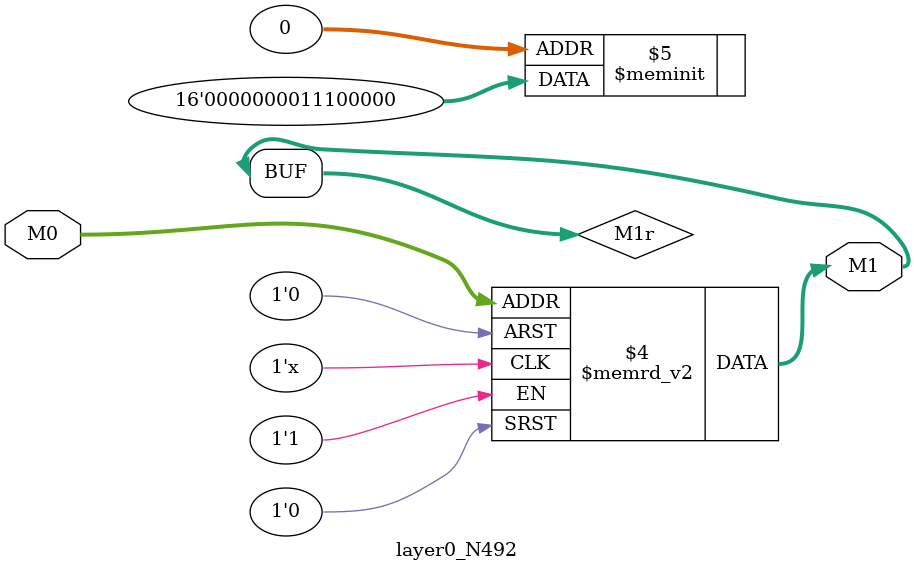
<source format=v>
module layer0_N492 ( input [2:0] M0, output [1:0] M1 );

	(*rom_style = "distributed" *) reg [1:0] M1r;
	assign M1 = M1r;
	always @ (M0) begin
		case (M0)
			3'b000: M1r = 2'b00;
			3'b100: M1r = 2'b00;
			3'b010: M1r = 2'b10;
			3'b110: M1r = 2'b00;
			3'b001: M1r = 2'b00;
			3'b101: M1r = 2'b00;
			3'b011: M1r = 2'b11;
			3'b111: M1r = 2'b00;

		endcase
	end
endmodule

</source>
